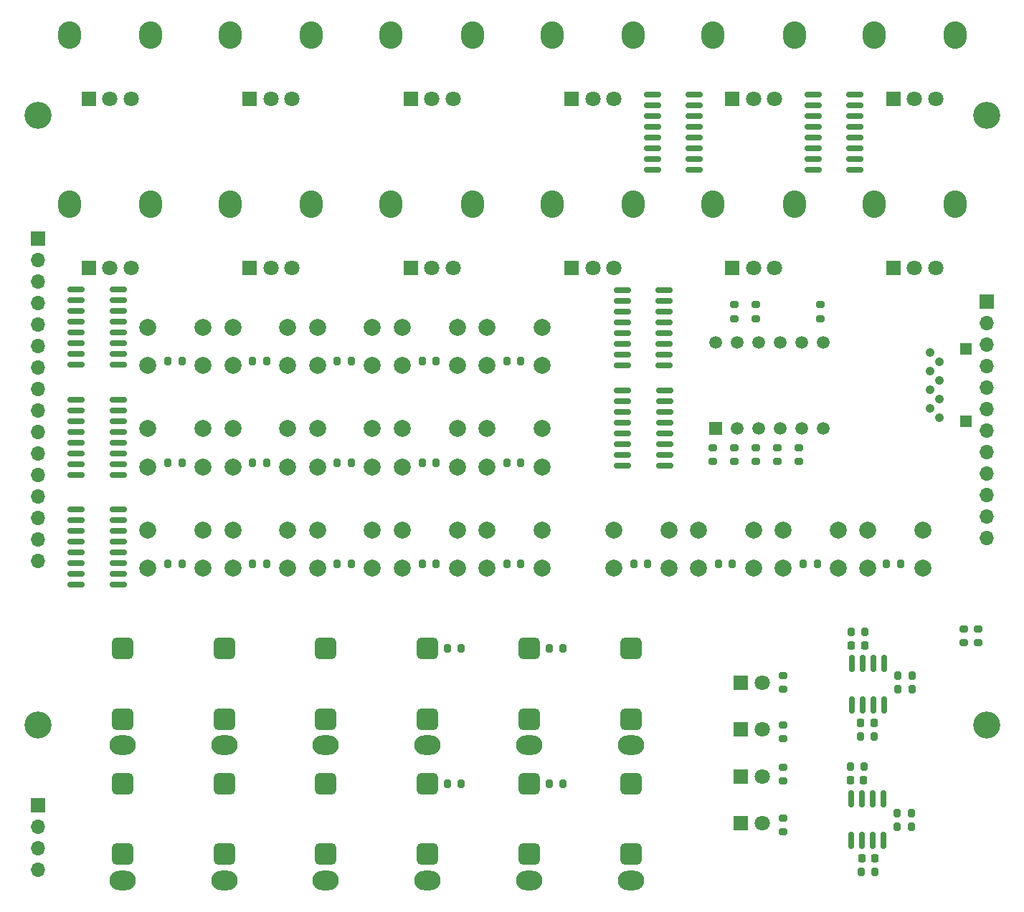
<source format=gbr>
%TF.GenerationSoftware,KiCad,Pcbnew,7.0.2*%
%TF.CreationDate,2025-03-27T17:54:01+00:00*%
%TF.ProjectId,dk2_04b_top,646b325f-3034-4625-9f74-6f702e6b6963,rev?*%
%TF.SameCoordinates,Original*%
%TF.FileFunction,Soldermask,Bot*%
%TF.FilePolarity,Negative*%
%FSLAX46Y46*%
G04 Gerber Fmt 4.6, Leading zero omitted, Abs format (unit mm)*
G04 Created by KiCad (PCBNEW 7.0.2) date 2025-03-27 17:54:01*
%MOMM*%
%LPD*%
G01*
G04 APERTURE LIST*
G04 Aperture macros list*
%AMRoundRect*
0 Rectangle with rounded corners*
0 $1 Rounding radius*
0 $2 $3 $4 $5 $6 $7 $8 $9 X,Y pos of 4 corners*
0 Add a 4 corners polygon primitive as box body*
4,1,4,$2,$3,$4,$5,$6,$7,$8,$9,$2,$3,0*
0 Add four circle primitives for the rounded corners*
1,1,$1+$1,$2,$3*
1,1,$1+$1,$4,$5*
1,1,$1+$1,$6,$7*
1,1,$1+$1,$8,$9*
0 Add four rect primitives between the rounded corners*
20,1,$1+$1,$2,$3,$4,$5,0*
20,1,$1+$1,$4,$5,$6,$7,0*
20,1,$1+$1,$6,$7,$8,$9,0*
20,1,$1+$1,$8,$9,$2,$3,0*%
G04 Aperture macros list end*
%ADD10C,2.000000*%
%ADD11O,2.720000X3.240000*%
%ADD12R,1.800000X1.800000*%
%ADD13C,1.800000*%
%ADD14O,3.100000X2.300000*%
%ADD15RoundRect,0.650000X-0.650000X-0.650000X0.650000X-0.650000X0.650000X0.650000X-0.650000X0.650000X0*%
%ADD16C,3.200000*%
%ADD17R,1.500000X1.500000*%
%ADD18C,1.500000*%
%ADD19C,1.050000*%
%ADD20R,1.350000X1.350000*%
%ADD21R,1.700000X1.700000*%
%ADD22O,1.700000X1.700000*%
%ADD23RoundRect,0.200000X0.200000X0.275000X-0.200000X0.275000X-0.200000X-0.275000X0.200000X-0.275000X0*%
%ADD24RoundRect,0.200000X-0.275000X0.200000X-0.275000X-0.200000X0.275000X-0.200000X0.275000X0.200000X0*%
%ADD25RoundRect,0.200000X0.275000X-0.200000X0.275000X0.200000X-0.275000X0.200000X-0.275000X-0.200000X0*%
%ADD26RoundRect,0.150000X0.825000X0.150000X-0.825000X0.150000X-0.825000X-0.150000X0.825000X-0.150000X0*%
%ADD27RoundRect,0.200000X-0.200000X-0.275000X0.200000X-0.275000X0.200000X0.275000X-0.200000X0.275000X0*%
%ADD28RoundRect,0.225000X0.225000X0.250000X-0.225000X0.250000X-0.225000X-0.250000X0.225000X-0.250000X0*%
%ADD29RoundRect,0.150000X-0.150000X0.825000X-0.150000X-0.825000X0.150000X-0.825000X0.150000X0.825000X0*%
G04 APERTURE END LIST*
D10*
%TO.C,SW10*%
X127000000Y-93000000D03*
X133500000Y-93000000D03*
X127000000Y-97500000D03*
X133500000Y-97500000D03*
%TD*%
%TO.C,SW8*%
X107000000Y-93000000D03*
X113500000Y-93000000D03*
X107000000Y-97500000D03*
X113500000Y-97500000D03*
%TD*%
D11*
%TO.C,RV3*%
X115700000Y-46500000D03*
X125300000Y-46500000D03*
D12*
X118000000Y-54000000D03*
D13*
X120500000Y-54000000D03*
X123000000Y-54000000D03*
%TD*%
D14*
%TO.C,J2*%
X96000000Y-130400000D03*
D15*
X96000000Y-119000000D03*
X96000000Y-127300000D03*
%TD*%
D14*
%TO.C,J13*%
X132000000Y-130400000D03*
D15*
X132000000Y-119000000D03*
X132000000Y-127300000D03*
%TD*%
D11*
%TO.C,RV8*%
X134700000Y-66500000D03*
X144300000Y-66500000D03*
D12*
X137000000Y-74000000D03*
D13*
X139500000Y-74000000D03*
X142000000Y-74000000D03*
%TD*%
D14*
%TO.C,J12*%
X120000000Y-130400000D03*
D15*
X120000000Y-119000000D03*
X120000000Y-127300000D03*
%TD*%
D10*
%TO.C,SW19*%
X172000000Y-105000000D03*
X178500000Y-105000000D03*
X172000000Y-109500000D03*
X178500000Y-109500000D03*
%TD*%
D16*
%TO.C,H1*%
X74000000Y-56000000D03*
%TD*%
D14*
%TO.C,J11*%
X144000000Y-146400000D03*
D15*
X144000000Y-135000000D03*
X144000000Y-143300000D03*
%TD*%
D11*
%TO.C,RV4*%
X134700000Y-46500000D03*
X144300000Y-46500000D03*
D12*
X137000000Y-54000000D03*
D13*
X139500000Y-54000000D03*
X142000000Y-54000000D03*
%TD*%
D10*
%TO.C,SW3*%
X107000000Y-81000000D03*
X113500000Y-81000000D03*
X107000000Y-85500000D03*
X113500000Y-85500000D03*
%TD*%
D11*
%TO.C,RV1*%
X77700000Y-46500000D03*
X87300000Y-46500000D03*
D12*
X80000000Y-54000000D03*
D13*
X82500000Y-54000000D03*
X85000000Y-54000000D03*
%TD*%
D11*
%TO.C,RV10*%
X172700000Y-46500000D03*
X182300000Y-46500000D03*
D12*
X175000000Y-54000000D03*
D13*
X177500000Y-54000000D03*
X180000000Y-54000000D03*
%TD*%
D14*
%TO.C,J4*%
X84000000Y-130400000D03*
D15*
X84000000Y-119000000D03*
X84000000Y-127300000D03*
%TD*%
D10*
%TO.C,SW9*%
X117000000Y-93000000D03*
X123500000Y-93000000D03*
X117000000Y-97500000D03*
X123500000Y-97500000D03*
%TD*%
D14*
%TO.C,J14*%
X120000000Y-146400000D03*
D15*
X120000000Y-135000000D03*
X120000000Y-143300000D03*
%TD*%
D14*
%TO.C,J15*%
X132000000Y-146400000D03*
D15*
X132000000Y-135000000D03*
X132000000Y-143300000D03*
%TD*%
D10*
%TO.C,SW6*%
X87000000Y-93000000D03*
X93500000Y-93000000D03*
X87000000Y-97500000D03*
X93500000Y-97500000D03*
%TD*%
D11*
%TO.C,RV7*%
X115700000Y-66500000D03*
X125300000Y-66500000D03*
D12*
X118000000Y-74000000D03*
D13*
X120500000Y-74000000D03*
X123000000Y-74000000D03*
%TD*%
D10*
%TO.C,SW17*%
X152000000Y-105000000D03*
X158500000Y-105000000D03*
X152000000Y-109500000D03*
X158500000Y-109500000D03*
%TD*%
%TO.C,SW1*%
X87000000Y-81000000D03*
X93500000Y-81000000D03*
X87000000Y-85500000D03*
X93500000Y-85500000D03*
%TD*%
D17*
%TO.C,U3*%
X154000000Y-93000000D03*
D18*
X156540000Y-93000000D03*
X159080000Y-93000000D03*
X161620000Y-93000000D03*
X164160000Y-93000000D03*
X166700000Y-93000000D03*
X166700000Y-82840000D03*
X164160000Y-82840000D03*
X161620000Y-82840000D03*
X159080000Y-82840000D03*
X156540000Y-82840000D03*
X154000000Y-82840000D03*
%TD*%
D19*
%TO.C,J6*%
X180400000Y-91700000D03*
X179300000Y-90600000D03*
X180400000Y-89500000D03*
X179300000Y-88400000D03*
X180400000Y-87300000D03*
X179300000Y-86200000D03*
X180400000Y-85100000D03*
X179300000Y-84000000D03*
D20*
X183570000Y-92150000D03*
X183570000Y-83550000D03*
%TD*%
D12*
%TO.C,D3*%
X157000000Y-134100000D03*
D13*
X159540000Y-134100000D03*
%TD*%
D11*
%TO.C,RV11*%
X153700000Y-66500000D03*
X163300000Y-66500000D03*
D12*
X156000000Y-74000000D03*
D13*
X158500000Y-74000000D03*
X161000000Y-74000000D03*
%TD*%
D11*
%TO.C,RV9*%
X153700000Y-46500000D03*
X163300000Y-46500000D03*
D12*
X156000000Y-54000000D03*
D13*
X158500000Y-54000000D03*
X161000000Y-54000000D03*
%TD*%
D14*
%TO.C,J8*%
X96000000Y-146400000D03*
D15*
X96000000Y-135000000D03*
X96000000Y-143300000D03*
%TD*%
D10*
%TO.C,SW15*%
X127000000Y-105000000D03*
X133500000Y-105000000D03*
X127000000Y-109500000D03*
X133500000Y-109500000D03*
%TD*%
%TO.C,SW13*%
X107000000Y-105000000D03*
X113500000Y-105000000D03*
X107000000Y-109500000D03*
X113500000Y-109500000D03*
%TD*%
%TO.C,SW18*%
X162000000Y-105000000D03*
X168500000Y-105000000D03*
X162000000Y-109500000D03*
X168500000Y-109500000D03*
%TD*%
D16*
%TO.C,H2*%
X186000000Y-56000000D03*
%TD*%
D10*
%TO.C,SW11*%
X87000000Y-105000000D03*
X93500000Y-105000000D03*
X87000000Y-109500000D03*
X93500000Y-109500000D03*
%TD*%
%TO.C,SW2*%
X97000000Y-81000000D03*
X103500000Y-81000000D03*
X97000000Y-85500000D03*
X103500000Y-85500000D03*
%TD*%
%TO.C,SW7*%
X97000000Y-93000000D03*
X103500000Y-93000000D03*
X97000000Y-97500000D03*
X103500000Y-97500000D03*
%TD*%
D12*
%TO.C,D2*%
X157000000Y-128550000D03*
D13*
X159540000Y-128550000D03*
%TD*%
D12*
%TO.C,D1*%
X157000000Y-123000000D03*
D13*
X159540000Y-123000000D03*
%TD*%
D14*
%TO.C,J5*%
X144000000Y-130400000D03*
D15*
X144000000Y-119000000D03*
X144000000Y-127300000D03*
%TD*%
D10*
%TO.C,SW12*%
X97000000Y-105000000D03*
X103500000Y-105000000D03*
X97000000Y-109500000D03*
X103500000Y-109500000D03*
%TD*%
D16*
%TO.C,H3*%
X74000000Y-128000000D03*
%TD*%
D12*
%TO.C,D4*%
X157000000Y-139650000D03*
D13*
X159540000Y-139650000D03*
%TD*%
D10*
%TO.C,SW4*%
X117000000Y-81000000D03*
X123500000Y-81000000D03*
X117000000Y-85500000D03*
X123500000Y-85500000D03*
%TD*%
D11*
%TO.C,RV12*%
X172700000Y-66500000D03*
X182300000Y-66500000D03*
D12*
X175000000Y-74000000D03*
D13*
X177500000Y-74000000D03*
X180000000Y-74000000D03*
%TD*%
D16*
%TO.C,H4*%
X186000000Y-128000000D03*
%TD*%
D14*
%TO.C,J9*%
X108000000Y-146400000D03*
D15*
X108000000Y-135000000D03*
X108000000Y-143300000D03*
%TD*%
D11*
%TO.C,RV6*%
X96700000Y-66500000D03*
X106300000Y-66500000D03*
D12*
X99000000Y-74000000D03*
D13*
X101500000Y-74000000D03*
X104000000Y-74000000D03*
%TD*%
D21*
%TO.C,J16*%
X74000000Y-137500000D03*
D22*
X74000000Y-140040000D03*
X74000000Y-142580000D03*
X74000000Y-145120000D03*
%TD*%
D14*
%TO.C,J3*%
X108000000Y-130400000D03*
D15*
X108000000Y-119000000D03*
X108000000Y-127300000D03*
%TD*%
D11*
%TO.C,RV5*%
X77700000Y-66500000D03*
X87300000Y-66500000D03*
D12*
X80000000Y-74000000D03*
D13*
X82500000Y-74000000D03*
X85000000Y-74000000D03*
%TD*%
D10*
%TO.C,SW5*%
X127000000Y-81000000D03*
X133500000Y-81000000D03*
X127000000Y-85500000D03*
X133500000Y-85500000D03*
%TD*%
D11*
%TO.C,RV2*%
X96700000Y-46500000D03*
X106300000Y-46500000D03*
D12*
X99000000Y-54000000D03*
D13*
X101500000Y-54000000D03*
X104000000Y-54000000D03*
%TD*%
D10*
%TO.C,SW16*%
X142000000Y-105000000D03*
X148500000Y-105000000D03*
X142000000Y-109500000D03*
X148500000Y-109500000D03*
%TD*%
D14*
%TO.C,J10*%
X84000000Y-146400000D03*
D15*
X84000000Y-135000000D03*
X84000000Y-143300000D03*
%TD*%
D10*
%TO.C,SW14*%
X117000000Y-105000000D03*
X123500000Y-105000000D03*
X117000000Y-109500000D03*
X123500000Y-109500000D03*
%TD*%
D23*
%TO.C,R23*%
X91000000Y-109000000D03*
X89350000Y-109000000D03*
%TD*%
%TO.C,R27*%
X131000000Y-109000000D03*
X129350000Y-109000000D03*
%TD*%
%TO.C,R29*%
X177100000Y-138400000D03*
X175450000Y-138400000D03*
%TD*%
D24*
%TO.C,R1*%
X162000000Y-122175000D03*
X162000000Y-123825000D03*
%TD*%
D23*
%TO.C,R22*%
X131000000Y-97000000D03*
X129350000Y-97000000D03*
%TD*%
%TO.C,R17*%
X131000000Y-85000000D03*
X129350000Y-85000000D03*
%TD*%
%TO.C,R18*%
X91000000Y-97000000D03*
X89350000Y-97000000D03*
%TD*%
%TO.C,R41*%
X156000000Y-109000000D03*
X154350000Y-109000000D03*
%TD*%
D24*
%TO.C,R11*%
X156210000Y-95250000D03*
X156210000Y-96900000D03*
%TD*%
D23*
%TO.C,R35*%
X177200000Y-122200000D03*
X175550000Y-122200000D03*
%TD*%
D25*
%TO.C,R9*%
X166370000Y-80010000D03*
X166370000Y-78360000D03*
%TD*%
D24*
%TO.C,R5*%
X153670000Y-95250000D03*
X153670000Y-96900000D03*
%TD*%
D23*
%TO.C,R26*%
X121000000Y-109000000D03*
X119350000Y-109000000D03*
%TD*%
%TO.C,R42*%
X166000000Y-109000000D03*
X164350000Y-109000000D03*
%TD*%
D21*
%TO.C,J7*%
X186000000Y-78000000D03*
D22*
X186000000Y-80540000D03*
X186000000Y-83080000D03*
X186000000Y-85620000D03*
X186000000Y-88160000D03*
X186000000Y-90700000D03*
X186000000Y-93240000D03*
X186000000Y-95780000D03*
X186000000Y-98320000D03*
X186000000Y-100860000D03*
X186000000Y-103400000D03*
X186000000Y-105940000D03*
%TD*%
D26*
%TO.C,U6*%
X151475000Y-53555000D03*
X151475000Y-54825000D03*
X151475000Y-56095000D03*
X151475000Y-57365000D03*
X151475000Y-58635000D03*
X151475000Y-59905000D03*
X151475000Y-61175000D03*
X151475000Y-62445000D03*
X146525000Y-62445000D03*
X146525000Y-61175000D03*
X146525000Y-59905000D03*
X146525000Y-58635000D03*
X146525000Y-57365000D03*
X146525000Y-56095000D03*
X146525000Y-54825000D03*
X146525000Y-53555000D03*
%TD*%
D23*
%TO.C,R14*%
X101000000Y-85000000D03*
X99350000Y-85000000D03*
%TD*%
D25*
%TO.C,R8*%
X156210000Y-80010000D03*
X156210000Y-78360000D03*
%TD*%
D26*
%TO.C,U1*%
X147950000Y-76650000D03*
X147950000Y-77920000D03*
X147950000Y-79190000D03*
X147950000Y-80460000D03*
X147950000Y-81730000D03*
X147950000Y-83000000D03*
X147950000Y-84270000D03*
X147950000Y-85540000D03*
X143000000Y-85540000D03*
X143000000Y-84270000D03*
X143000000Y-83000000D03*
X143000000Y-81730000D03*
X143000000Y-80460000D03*
X143000000Y-79190000D03*
X143000000Y-77920000D03*
X143000000Y-76650000D03*
%TD*%
D27*
%TO.C,R30*%
X122350000Y-119000000D03*
X124000000Y-119000000D03*
%TD*%
D23*
%TO.C,R15*%
X111000000Y-85000000D03*
X109350000Y-85000000D03*
%TD*%
D27*
%TO.C,R36*%
X122350000Y-135000000D03*
X124000000Y-135000000D03*
%TD*%
D23*
%TO.C,R21*%
X121000000Y-97000000D03*
X119350000Y-97000000D03*
%TD*%
%TO.C,R20*%
X111000000Y-97000000D03*
X109350000Y-97000000D03*
%TD*%
D24*
%TO.C,R10*%
X161290000Y-95250000D03*
X161290000Y-96900000D03*
%TD*%
D23*
%TO.C,R13*%
X91000000Y-85000000D03*
X89350000Y-85000000D03*
%TD*%
D24*
%TO.C,R4*%
X162000000Y-139000000D03*
X162000000Y-140650000D03*
%TD*%
%TO.C,R7*%
X158750000Y-95250000D03*
X158750000Y-96900000D03*
%TD*%
D28*
%TO.C,C4*%
X172700000Y-127800000D03*
X171150000Y-127800000D03*
%TD*%
D23*
%TO.C,R16*%
X121000000Y-85000000D03*
X119350000Y-85000000D03*
%TD*%
D24*
%TO.C,R6*%
X163830000Y-95250000D03*
X163830000Y-96900000D03*
%TD*%
D26*
%TO.C,U2*%
X148000000Y-88460000D03*
X148000000Y-89730000D03*
X148000000Y-91000000D03*
X148000000Y-92270000D03*
X148000000Y-93540000D03*
X148000000Y-94810000D03*
X148000000Y-96080000D03*
X148000000Y-97350000D03*
X143050000Y-97350000D03*
X143050000Y-96080000D03*
X143050000Y-94810000D03*
X143050000Y-93540000D03*
X143050000Y-92270000D03*
X143050000Y-91000000D03*
X143050000Y-89730000D03*
X143050000Y-88460000D03*
%TD*%
D25*
%TO.C,R45*%
X183300000Y-118325000D03*
X183300000Y-116675000D03*
%TD*%
D26*
%TO.C,U9*%
X170475000Y-53555000D03*
X170475000Y-54825000D03*
X170475000Y-56095000D03*
X170475000Y-57365000D03*
X170475000Y-58635000D03*
X170475000Y-59905000D03*
X170475000Y-61175000D03*
X170475000Y-62445000D03*
X165525000Y-62445000D03*
X165525000Y-61175000D03*
X165525000Y-59905000D03*
X165525000Y-58635000D03*
X165525000Y-57365000D03*
X165525000Y-56095000D03*
X165525000Y-54825000D03*
X165525000Y-53555000D03*
%TD*%
D28*
%TO.C,C2*%
X172800000Y-143800000D03*
X171250000Y-143800000D03*
%TD*%
D24*
%TO.C,R2*%
X162000000Y-128000000D03*
X162000000Y-129650000D03*
%TD*%
D25*
%TO.C,R12*%
X158750000Y-80010000D03*
X158750000Y-78360000D03*
%TD*%
D26*
%TO.C,U5*%
X83475000Y-89555000D03*
X83475000Y-90825000D03*
X83475000Y-92095000D03*
X83475000Y-93365000D03*
X83475000Y-94635000D03*
X83475000Y-95905000D03*
X83475000Y-97175000D03*
X83475000Y-98445000D03*
X78525000Y-98445000D03*
X78525000Y-97175000D03*
X78525000Y-95905000D03*
X78525000Y-94635000D03*
X78525000Y-93365000D03*
X78525000Y-92095000D03*
X78525000Y-90825000D03*
X78525000Y-89555000D03*
%TD*%
D21*
%TO.C,J1*%
X74000000Y-70500000D03*
D22*
X74000000Y-73040000D03*
X74000000Y-75580000D03*
X74000000Y-78120000D03*
X74000000Y-80660000D03*
X74000000Y-83200000D03*
X74000000Y-85740000D03*
X74000000Y-88280000D03*
X74000000Y-90820000D03*
X74000000Y-93360000D03*
X74000000Y-95900000D03*
X74000000Y-98440000D03*
X74000000Y-100980000D03*
X74000000Y-103520000D03*
X74000000Y-106060000D03*
X74000000Y-108600000D03*
%TD*%
D28*
%TO.C,C1*%
X171500000Y-134500000D03*
X169950000Y-134500000D03*
%TD*%
D23*
%TO.C,R28*%
X146000000Y-109000000D03*
X144350000Y-109000000D03*
%TD*%
%TO.C,R34*%
X172850000Y-145400000D03*
X171200000Y-145400000D03*
%TD*%
%TO.C,R33*%
X171550000Y-132900000D03*
X169900000Y-132900000D03*
%TD*%
D26*
%TO.C,U10*%
X83475000Y-102555000D03*
X83475000Y-103825000D03*
X83475000Y-105095000D03*
X83475000Y-106365000D03*
X83475000Y-107635000D03*
X83475000Y-108905000D03*
X83475000Y-110175000D03*
X83475000Y-111445000D03*
X78525000Y-111445000D03*
X78525000Y-110175000D03*
X78525000Y-108905000D03*
X78525000Y-107635000D03*
X78525000Y-106365000D03*
X78525000Y-105095000D03*
X78525000Y-103825000D03*
X78525000Y-102555000D03*
%TD*%
D29*
%TO.C,U7*%
X170045000Y-136725000D03*
X171315000Y-136725000D03*
X172585000Y-136725000D03*
X173855000Y-136725000D03*
X173855000Y-141675000D03*
X172585000Y-141675000D03*
X171315000Y-141675000D03*
X170045000Y-141675000D03*
%TD*%
D28*
%TO.C,C3*%
X171600000Y-118600000D03*
X170050000Y-118600000D03*
%TD*%
D25*
%TO.C,R44*%
X185000000Y-118325000D03*
X185000000Y-116675000D03*
%TD*%
D23*
%TO.C,R25*%
X111000000Y-109000000D03*
X109350000Y-109000000D03*
%TD*%
D29*
%TO.C,U8*%
X170080000Y-120725000D03*
X171350000Y-120725000D03*
X172620000Y-120725000D03*
X173890000Y-120725000D03*
X173890000Y-125675000D03*
X172620000Y-125675000D03*
X171350000Y-125675000D03*
X170080000Y-125675000D03*
%TD*%
D23*
%TO.C,R31*%
X177100000Y-140000000D03*
X175450000Y-140000000D03*
%TD*%
%TO.C,R39*%
X171650000Y-117000000D03*
X170000000Y-117000000D03*
%TD*%
D27*
%TO.C,R32*%
X134350000Y-119000000D03*
X136000000Y-119000000D03*
%TD*%
D23*
%TO.C,R43*%
X175825000Y-109000000D03*
X174175000Y-109000000D03*
%TD*%
D24*
%TO.C,R3*%
X162000000Y-133000000D03*
X162000000Y-134650000D03*
%TD*%
D23*
%TO.C,R37*%
X177200000Y-123800000D03*
X175550000Y-123800000D03*
%TD*%
D27*
%TO.C,R38*%
X134350000Y-135000000D03*
X136000000Y-135000000D03*
%TD*%
D23*
%TO.C,R40*%
X172750000Y-129400000D03*
X171100000Y-129400000D03*
%TD*%
%TO.C,R19*%
X101000000Y-97000000D03*
X99350000Y-97000000D03*
%TD*%
%TO.C,R24*%
X101000000Y-109000000D03*
X99350000Y-109000000D03*
%TD*%
D26*
%TO.C,U4*%
X83475000Y-76555000D03*
X83475000Y-77825000D03*
X83475000Y-79095000D03*
X83475000Y-80365000D03*
X83475000Y-81635000D03*
X83475000Y-82905000D03*
X83475000Y-84175000D03*
X83475000Y-85445000D03*
X78525000Y-85445000D03*
X78525000Y-84175000D03*
X78525000Y-82905000D03*
X78525000Y-81635000D03*
X78525000Y-80365000D03*
X78525000Y-79095000D03*
X78525000Y-77825000D03*
X78525000Y-76555000D03*
%TD*%
M02*

</source>
